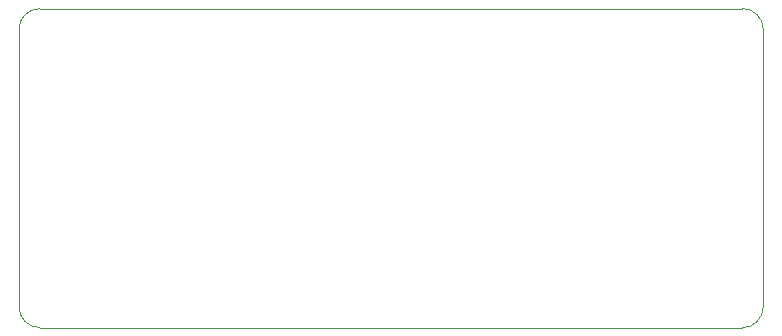
<source format=gbr>
%TF.GenerationSoftware,KiCad,Pcbnew,7.0.10*%
%TF.CreationDate,2025-01-28T16:46:30+01:00*%
%TF.ProjectId,LED_Wled,4c45445f-576c-4656-942e-6b696361645f,rev?*%
%TF.SameCoordinates,Original*%
%TF.FileFunction,Profile,NP*%
%FSLAX46Y46*%
G04 Gerber Fmt 4.6, Leading zero omitted, Abs format (unit mm)*
G04 Created by KiCad (PCBNEW 7.0.10) date 2025-01-28 16:46:30*
%MOMM*%
%LPD*%
G01*
G04 APERTURE LIST*
%TA.AperFunction,Profile*%
%ADD10C,0.050000*%
%TD*%
G04 APERTURE END LIST*
D10*
X131262563Y-73012563D02*
X71750000Y-73000000D01*
X70000000Y-71250000D02*
G75*
G03*
X71750000Y-73000000I1750000J0D01*
G01*
X70000000Y-47750000D02*
X70000000Y-71250000D01*
X71750000Y-46000000D02*
G75*
G03*
X70000000Y-47750000I0J-1750000D01*
G01*
X133012563Y-47737437D02*
X133012563Y-71262563D01*
X71750000Y-46000000D02*
X131262563Y-45987437D01*
X131262563Y-73012563D02*
G75*
G03*
X133012563Y-71262563I37J1749963D01*
G01*
X133012563Y-47737437D02*
G75*
G03*
X131262563Y-45987437I-1749963J37D01*
G01*
M02*

</source>
